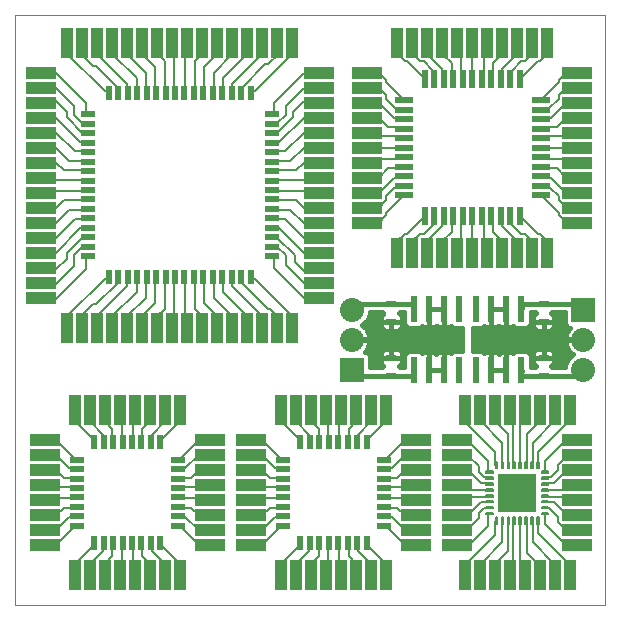
<source format=gtl>
G75*
%MOIN*%
%OFA0B0*%
%FSLAX25Y25*%
%IPPOS*%
%LPD*%
%AMOC8*
5,1,8,0,0,1.08239X$1,22.5*
%
%ADD10C,0.00000*%
%ADD11R,0.10000X0.04000*%
%ADD12R,0.04000X0.10000*%
%ADD13R,0.05000X0.02200*%
%ADD14R,0.02200X0.05000*%
%ADD15R,0.05906X0.01969*%
%ADD16R,0.01969X0.05906*%
%ADD17R,0.02200X0.04700*%
%ADD18R,0.04700X0.02200*%
%ADD19C,0.00591*%
%ADD20R,0.12598X0.12598*%
%ADD21R,0.02362X0.08661*%
%ADD22R,0.03543X0.02362*%
%ADD23R,0.08000X0.08000*%
%ADD24C,0.08000*%
%ADD25C,0.00600*%
%ADD26R,0.03562X0.03562*%
%ADD27C,0.01600*%
D10*
X0001000Y0001000D02*
X0001000Y0197850D01*
X0197850Y0197850D01*
X0197850Y0001000D01*
X0001000Y0001000D01*
D11*
X0011000Y0021000D03*
X0011000Y0026000D03*
X0011000Y0031000D03*
X0011000Y0036000D03*
X0011000Y0041000D03*
X0011000Y0046000D03*
X0011000Y0051000D03*
X0011000Y0056000D03*
X0009750Y0103500D03*
X0009750Y0108500D03*
X0009750Y0113500D03*
X0009750Y0118500D03*
X0009750Y0123500D03*
X0009750Y0128500D03*
X0009750Y0133500D03*
X0009750Y0138500D03*
X0009750Y0143500D03*
X0009750Y0148500D03*
X0009750Y0153500D03*
X0009750Y0158500D03*
X0009750Y0163500D03*
X0009750Y0168500D03*
X0009750Y0173500D03*
X0009750Y0178500D03*
X0102250Y0178500D03*
X0102250Y0173500D03*
X0102250Y0168500D03*
X0102250Y0163500D03*
X0102250Y0158500D03*
X0102250Y0153500D03*
X0102250Y0148500D03*
X0102250Y0143500D03*
X0102250Y0138500D03*
X0102250Y0133500D03*
X0102250Y0128500D03*
X0102250Y0123500D03*
X0102250Y0118500D03*
X0102250Y0113500D03*
X0102250Y0108500D03*
X0102250Y0103500D03*
X0118500Y0128500D03*
X0118500Y0133500D03*
X0118500Y0138500D03*
X0118500Y0143500D03*
X0118500Y0148500D03*
X0118500Y0153500D03*
X0118500Y0158500D03*
X0118500Y0163500D03*
X0118500Y0168500D03*
X0118500Y0173500D03*
X0118500Y0178500D03*
X0188500Y0178500D03*
X0188500Y0173500D03*
X0188500Y0168500D03*
X0188500Y0163500D03*
X0188500Y0158500D03*
X0188500Y0153500D03*
X0188500Y0148500D03*
X0188500Y0143500D03*
X0188500Y0138500D03*
X0188500Y0133500D03*
X0188500Y0128500D03*
X0188500Y0056000D03*
X0188500Y0051000D03*
X0188500Y0046000D03*
X0188500Y0041000D03*
X0188500Y0036000D03*
X0188500Y0031000D03*
X0188500Y0026000D03*
X0188500Y0021000D03*
X0148500Y0021000D03*
X0148500Y0026000D03*
X0148500Y0031000D03*
X0148500Y0036000D03*
X0148500Y0041000D03*
X0148500Y0046000D03*
X0148500Y0051000D03*
X0148500Y0056000D03*
X0134750Y0056000D03*
X0134750Y0051000D03*
X0134750Y0046000D03*
X0134750Y0041000D03*
X0134750Y0036000D03*
X0134750Y0031000D03*
X0134750Y0026000D03*
X0134750Y0021000D03*
X0079750Y0021000D03*
X0079750Y0026000D03*
X0079750Y0031000D03*
X0079750Y0036000D03*
X0079750Y0041000D03*
X0079750Y0046000D03*
X0079750Y0051000D03*
X0079750Y0056000D03*
X0066000Y0056000D03*
X0066000Y0051000D03*
X0066000Y0046000D03*
X0066000Y0041000D03*
X0066000Y0036000D03*
X0066000Y0031000D03*
X0066000Y0026000D03*
X0066000Y0021000D03*
D12*
X0056000Y0011000D03*
X0051000Y0011000D03*
X0046000Y0011000D03*
X0041000Y0011000D03*
X0036000Y0011000D03*
X0031000Y0011000D03*
X0026000Y0011000D03*
X0021000Y0011000D03*
X0021000Y0066000D03*
X0026000Y0066000D03*
X0031000Y0066000D03*
X0036000Y0066000D03*
X0041000Y0066000D03*
X0046000Y0066000D03*
X0051000Y0066000D03*
X0056000Y0066000D03*
X0053500Y0093500D03*
X0048500Y0093500D03*
X0043500Y0093500D03*
X0038500Y0093500D03*
X0033500Y0093500D03*
X0028500Y0093500D03*
X0023500Y0093500D03*
X0018500Y0093500D03*
X0058500Y0093500D03*
X0063500Y0093500D03*
X0068500Y0093500D03*
X0073500Y0093500D03*
X0078500Y0093500D03*
X0083500Y0093500D03*
X0088500Y0093500D03*
X0093500Y0093500D03*
X0094750Y0066000D03*
X0089750Y0066000D03*
X0099750Y0066000D03*
X0104750Y0066000D03*
X0109750Y0066000D03*
X0114750Y0066000D03*
X0119750Y0066000D03*
X0124750Y0066000D03*
X0151000Y0066000D03*
X0156000Y0066000D03*
X0161000Y0066000D03*
X0166000Y0066000D03*
X0171000Y0066000D03*
X0176000Y0066000D03*
X0181000Y0066000D03*
X0186000Y0066000D03*
X0178500Y0118500D03*
X0173500Y0118500D03*
X0168500Y0118500D03*
X0163500Y0118500D03*
X0158500Y0118500D03*
X0153500Y0118500D03*
X0148500Y0118500D03*
X0143500Y0118500D03*
X0138500Y0118500D03*
X0133500Y0118500D03*
X0128500Y0118500D03*
X0128500Y0188500D03*
X0133500Y0188500D03*
X0138500Y0188500D03*
X0143500Y0188500D03*
X0148500Y0188500D03*
X0153500Y0188500D03*
X0158500Y0188500D03*
X0163500Y0188500D03*
X0168500Y0188500D03*
X0173500Y0188500D03*
X0178500Y0188500D03*
X0093500Y0188500D03*
X0088500Y0188500D03*
X0083500Y0188500D03*
X0078500Y0188500D03*
X0073500Y0188500D03*
X0068500Y0188500D03*
X0063500Y0188500D03*
X0058500Y0188500D03*
X0053500Y0188500D03*
X0048500Y0188500D03*
X0043500Y0188500D03*
X0038500Y0188500D03*
X0033500Y0188500D03*
X0028500Y0188500D03*
X0023500Y0188500D03*
X0018500Y0188500D03*
X0089750Y0011000D03*
X0094750Y0011000D03*
X0099750Y0011000D03*
X0104750Y0011000D03*
X0109750Y0011000D03*
X0114750Y0011000D03*
X0119750Y0011000D03*
X0124750Y0011000D03*
X0151000Y0011000D03*
X0156000Y0011000D03*
X0161000Y0011000D03*
X0166000Y0011000D03*
X0171000Y0011000D03*
X0176000Y0011000D03*
X0181000Y0011000D03*
X0186000Y0011000D03*
D13*
X0124150Y0027476D03*
X0124150Y0030626D03*
X0124150Y0033776D03*
X0124150Y0036925D03*
X0124150Y0040075D03*
X0124150Y0043224D03*
X0124150Y0046374D03*
X0124150Y0049524D03*
X0090350Y0049524D03*
X0090350Y0046374D03*
X0090350Y0043224D03*
X0090350Y0040075D03*
X0090350Y0036925D03*
X0090350Y0033776D03*
X0090350Y0030626D03*
X0090350Y0027476D03*
X0055400Y0027476D03*
X0055400Y0030626D03*
X0055400Y0033776D03*
X0055400Y0036925D03*
X0055400Y0040075D03*
X0055400Y0043224D03*
X0055400Y0046374D03*
X0055400Y0049524D03*
X0021600Y0049524D03*
X0021600Y0046374D03*
X0021600Y0043224D03*
X0021600Y0040075D03*
X0021600Y0036925D03*
X0021600Y0033776D03*
X0021600Y0030626D03*
X0021600Y0027476D03*
D14*
X0027476Y0021600D03*
X0030626Y0021600D03*
X0033776Y0021600D03*
X0036925Y0021600D03*
X0040075Y0021600D03*
X0043224Y0021600D03*
X0046374Y0021600D03*
X0049524Y0021600D03*
X0049524Y0055400D03*
X0046374Y0055400D03*
X0043224Y0055400D03*
X0040075Y0055400D03*
X0036925Y0055400D03*
X0033776Y0055400D03*
X0030626Y0055400D03*
X0027476Y0055400D03*
X0096226Y0055400D03*
X0099376Y0055400D03*
X0102526Y0055400D03*
X0105675Y0055400D03*
X0108825Y0055400D03*
X0111974Y0055400D03*
X0115124Y0055400D03*
X0118274Y0055400D03*
X0118274Y0021600D03*
X0115124Y0021600D03*
X0111974Y0021600D03*
X0108825Y0021600D03*
X0105675Y0021600D03*
X0102526Y0021600D03*
X0099376Y0021600D03*
X0096226Y0021600D03*
D15*
X0130665Y0137752D03*
X0130665Y0140902D03*
X0130665Y0144051D03*
X0130665Y0147201D03*
X0130665Y0150350D03*
X0130665Y0153500D03*
X0130665Y0156650D03*
X0130665Y0159799D03*
X0130665Y0162949D03*
X0130665Y0166098D03*
X0130665Y0169248D03*
X0176335Y0169248D03*
X0176335Y0166098D03*
X0176335Y0162949D03*
X0176335Y0159799D03*
X0176335Y0156650D03*
X0176335Y0153500D03*
X0176335Y0150350D03*
X0176335Y0147201D03*
X0176335Y0144051D03*
X0176335Y0140902D03*
X0176335Y0137752D03*
D16*
X0169248Y0130665D03*
X0166098Y0130665D03*
X0162949Y0130665D03*
X0159799Y0130665D03*
X0156650Y0130665D03*
X0153500Y0130665D03*
X0150350Y0130665D03*
X0147201Y0130665D03*
X0144051Y0130665D03*
X0140902Y0130665D03*
X0137752Y0130665D03*
X0137752Y0176335D03*
X0140902Y0176335D03*
X0144051Y0176335D03*
X0147201Y0176335D03*
X0150350Y0176335D03*
X0153500Y0176335D03*
X0156650Y0176335D03*
X0159799Y0176335D03*
X0162949Y0176335D03*
X0166098Y0176335D03*
X0169248Y0176335D03*
D17*
X0079622Y0171709D03*
X0076472Y0171709D03*
X0073323Y0171709D03*
X0070173Y0171709D03*
X0067024Y0171709D03*
X0063874Y0171709D03*
X0060724Y0171709D03*
X0057575Y0171709D03*
X0054425Y0171709D03*
X0051276Y0171709D03*
X0048126Y0171709D03*
X0044976Y0171709D03*
X0041827Y0171709D03*
X0038677Y0171709D03*
X0035528Y0171709D03*
X0032378Y0171709D03*
X0032378Y0110291D03*
X0035528Y0110291D03*
X0038677Y0110291D03*
X0041827Y0110291D03*
X0044976Y0110291D03*
X0048126Y0110291D03*
X0051276Y0110291D03*
X0054425Y0110291D03*
X0057575Y0110291D03*
X0060724Y0110291D03*
X0063874Y0110291D03*
X0067024Y0110291D03*
X0070173Y0110291D03*
X0073323Y0110291D03*
X0076472Y0110291D03*
X0079622Y0110291D03*
D18*
X0086709Y0117378D03*
X0086709Y0120528D03*
X0086709Y0123677D03*
X0086709Y0126827D03*
X0086709Y0129976D03*
X0086709Y0133126D03*
X0086709Y0136276D03*
X0086709Y0139425D03*
X0086709Y0142575D03*
X0086709Y0145724D03*
X0086709Y0148874D03*
X0086709Y0152024D03*
X0086709Y0155173D03*
X0086709Y0158323D03*
X0086709Y0161472D03*
X0086709Y0164622D03*
X0025291Y0164622D03*
X0025291Y0161472D03*
X0025291Y0158323D03*
X0025291Y0155173D03*
X0025291Y0152024D03*
X0025291Y0148874D03*
X0025291Y0145724D03*
X0025291Y0142575D03*
X0025291Y0139425D03*
X0025291Y0136276D03*
X0025291Y0133126D03*
X0025291Y0129976D03*
X0025291Y0126827D03*
X0025291Y0123677D03*
X0025291Y0120528D03*
X0025291Y0117378D03*
D19*
X0158165Y0045095D02*
X0160331Y0045095D01*
X0158165Y0045095D02*
X0158165Y0045685D01*
X0160331Y0045685D01*
X0160331Y0045095D01*
X0160331Y0045685D02*
X0158165Y0045685D01*
X0158165Y0043126D02*
X0160331Y0043126D01*
X0158165Y0043126D02*
X0158165Y0043716D01*
X0160331Y0043716D01*
X0160331Y0043126D01*
X0160331Y0043716D02*
X0158165Y0043716D01*
X0158165Y0041158D02*
X0160331Y0041158D01*
X0158165Y0041158D02*
X0158165Y0041748D01*
X0160331Y0041748D01*
X0160331Y0041158D01*
X0160331Y0041748D02*
X0158165Y0041748D01*
X0158165Y0039189D02*
X0160331Y0039189D01*
X0158165Y0039189D02*
X0158165Y0039779D01*
X0160331Y0039779D01*
X0160331Y0039189D01*
X0160331Y0039779D02*
X0158165Y0039779D01*
X0158165Y0037221D02*
X0160331Y0037221D01*
X0158165Y0037221D02*
X0158165Y0037811D01*
X0160331Y0037811D01*
X0160331Y0037221D01*
X0160331Y0037811D02*
X0158165Y0037811D01*
X0158165Y0035252D02*
X0160331Y0035252D01*
X0158165Y0035252D02*
X0158165Y0035842D01*
X0160331Y0035842D01*
X0160331Y0035252D01*
X0160331Y0035842D02*
X0158165Y0035842D01*
X0158165Y0033284D02*
X0160331Y0033284D01*
X0158165Y0033284D02*
X0158165Y0033874D01*
X0160331Y0033874D01*
X0160331Y0033284D01*
X0160331Y0033874D02*
X0158165Y0033874D01*
X0158165Y0031315D02*
X0160331Y0031315D01*
X0158165Y0031315D02*
X0158165Y0031905D01*
X0160331Y0031905D01*
X0160331Y0031315D01*
X0160331Y0031905D02*
X0158165Y0031905D01*
X0161315Y0028165D02*
X0161905Y0028165D01*
X0161315Y0028165D02*
X0161315Y0030331D01*
X0161905Y0030331D01*
X0161905Y0028165D01*
X0161905Y0028755D02*
X0161315Y0028755D01*
X0161315Y0029345D02*
X0161905Y0029345D01*
X0161905Y0029935D02*
X0161315Y0029935D01*
X0163284Y0028165D02*
X0163874Y0028165D01*
X0163284Y0028165D02*
X0163284Y0030331D01*
X0163874Y0030331D01*
X0163874Y0028165D01*
X0163874Y0028755D02*
X0163284Y0028755D01*
X0163284Y0029345D02*
X0163874Y0029345D01*
X0163874Y0029935D02*
X0163284Y0029935D01*
X0165252Y0028165D02*
X0165842Y0028165D01*
X0165252Y0028165D02*
X0165252Y0030331D01*
X0165842Y0030331D01*
X0165842Y0028165D01*
X0165842Y0028755D02*
X0165252Y0028755D01*
X0165252Y0029345D02*
X0165842Y0029345D01*
X0165842Y0029935D02*
X0165252Y0029935D01*
X0167221Y0028165D02*
X0167811Y0028165D01*
X0167221Y0028165D02*
X0167221Y0030331D01*
X0167811Y0030331D01*
X0167811Y0028165D01*
X0167811Y0028755D02*
X0167221Y0028755D01*
X0167221Y0029345D02*
X0167811Y0029345D01*
X0167811Y0029935D02*
X0167221Y0029935D01*
X0169189Y0028165D02*
X0169779Y0028165D01*
X0169189Y0028165D02*
X0169189Y0030331D01*
X0169779Y0030331D01*
X0169779Y0028165D01*
X0169779Y0028755D02*
X0169189Y0028755D01*
X0169189Y0029345D02*
X0169779Y0029345D01*
X0169779Y0029935D02*
X0169189Y0029935D01*
X0171158Y0028165D02*
X0171748Y0028165D01*
X0171158Y0028165D02*
X0171158Y0030331D01*
X0171748Y0030331D01*
X0171748Y0028165D01*
X0171748Y0028755D02*
X0171158Y0028755D01*
X0171158Y0029345D02*
X0171748Y0029345D01*
X0171748Y0029935D02*
X0171158Y0029935D01*
X0173126Y0028165D02*
X0173716Y0028165D01*
X0173126Y0028165D02*
X0173126Y0030331D01*
X0173716Y0030331D01*
X0173716Y0028165D01*
X0173716Y0028755D02*
X0173126Y0028755D01*
X0173126Y0029345D02*
X0173716Y0029345D01*
X0173716Y0029935D02*
X0173126Y0029935D01*
X0175095Y0028165D02*
X0175685Y0028165D01*
X0175095Y0028165D02*
X0175095Y0030331D01*
X0175685Y0030331D01*
X0175685Y0028165D01*
X0175685Y0028755D02*
X0175095Y0028755D01*
X0175095Y0029345D02*
X0175685Y0029345D01*
X0175685Y0029935D02*
X0175095Y0029935D01*
X0176669Y0031315D02*
X0178835Y0031315D01*
X0176669Y0031315D02*
X0176669Y0031905D01*
X0178835Y0031905D01*
X0178835Y0031315D01*
X0178835Y0031905D02*
X0176669Y0031905D01*
X0176669Y0033284D02*
X0178835Y0033284D01*
X0176669Y0033284D02*
X0176669Y0033874D01*
X0178835Y0033874D01*
X0178835Y0033284D01*
X0178835Y0033874D02*
X0176669Y0033874D01*
X0176669Y0035252D02*
X0178835Y0035252D01*
X0176669Y0035252D02*
X0176669Y0035842D01*
X0178835Y0035842D01*
X0178835Y0035252D01*
X0178835Y0035842D02*
X0176669Y0035842D01*
X0176669Y0037221D02*
X0178835Y0037221D01*
X0176669Y0037221D02*
X0176669Y0037811D01*
X0178835Y0037811D01*
X0178835Y0037221D01*
X0178835Y0037811D02*
X0176669Y0037811D01*
X0176669Y0039189D02*
X0178835Y0039189D01*
X0176669Y0039189D02*
X0176669Y0039779D01*
X0178835Y0039779D01*
X0178835Y0039189D01*
X0178835Y0039779D02*
X0176669Y0039779D01*
X0176669Y0041158D02*
X0178835Y0041158D01*
X0176669Y0041158D02*
X0176669Y0041748D01*
X0178835Y0041748D01*
X0178835Y0041158D01*
X0178835Y0041748D02*
X0176669Y0041748D01*
X0176669Y0043126D02*
X0178835Y0043126D01*
X0176669Y0043126D02*
X0176669Y0043716D01*
X0178835Y0043716D01*
X0178835Y0043126D01*
X0178835Y0043716D02*
X0176669Y0043716D01*
X0176669Y0045095D02*
X0178835Y0045095D01*
X0176669Y0045095D02*
X0176669Y0045685D01*
X0178835Y0045685D01*
X0178835Y0045095D01*
X0178835Y0045685D02*
X0176669Y0045685D01*
X0175685Y0046669D02*
X0175095Y0046669D01*
X0175095Y0048835D01*
X0175685Y0048835D01*
X0175685Y0046669D01*
X0175685Y0047259D02*
X0175095Y0047259D01*
X0175095Y0047849D02*
X0175685Y0047849D01*
X0175685Y0048439D02*
X0175095Y0048439D01*
X0173716Y0046669D02*
X0173126Y0046669D01*
X0173126Y0048835D01*
X0173716Y0048835D01*
X0173716Y0046669D01*
X0173716Y0047259D02*
X0173126Y0047259D01*
X0173126Y0047849D02*
X0173716Y0047849D01*
X0173716Y0048439D02*
X0173126Y0048439D01*
X0171748Y0046669D02*
X0171158Y0046669D01*
X0171158Y0048835D01*
X0171748Y0048835D01*
X0171748Y0046669D01*
X0171748Y0047259D02*
X0171158Y0047259D01*
X0171158Y0047849D02*
X0171748Y0047849D01*
X0171748Y0048439D02*
X0171158Y0048439D01*
X0169779Y0046669D02*
X0169189Y0046669D01*
X0169189Y0048835D01*
X0169779Y0048835D01*
X0169779Y0046669D01*
X0169779Y0047259D02*
X0169189Y0047259D01*
X0169189Y0047849D02*
X0169779Y0047849D01*
X0169779Y0048439D02*
X0169189Y0048439D01*
X0167811Y0046669D02*
X0167221Y0046669D01*
X0167221Y0048835D01*
X0167811Y0048835D01*
X0167811Y0046669D01*
X0167811Y0047259D02*
X0167221Y0047259D01*
X0167221Y0047849D02*
X0167811Y0047849D01*
X0167811Y0048439D02*
X0167221Y0048439D01*
X0165842Y0046669D02*
X0165252Y0046669D01*
X0165252Y0048835D01*
X0165842Y0048835D01*
X0165842Y0046669D01*
X0165842Y0047259D02*
X0165252Y0047259D01*
X0165252Y0047849D02*
X0165842Y0047849D01*
X0165842Y0048439D02*
X0165252Y0048439D01*
X0163874Y0046669D02*
X0163284Y0046669D01*
X0163284Y0048835D01*
X0163874Y0048835D01*
X0163874Y0046669D01*
X0163874Y0047259D02*
X0163284Y0047259D01*
X0163284Y0047849D02*
X0163874Y0047849D01*
X0163874Y0048439D02*
X0163284Y0048439D01*
X0161905Y0046669D02*
X0161315Y0046669D01*
X0161315Y0048835D01*
X0161905Y0048835D01*
X0161905Y0046669D01*
X0161905Y0047259D02*
X0161315Y0047259D01*
X0161315Y0047849D02*
X0161905Y0047849D01*
X0161905Y0048439D02*
X0161315Y0048439D01*
D20*
X0168500Y0038500D03*
D21*
X0169750Y0079264D03*
X0164750Y0079264D03*
X0159750Y0079264D03*
X0154750Y0079264D03*
X0149000Y0079264D03*
X0144000Y0079264D03*
X0139000Y0079264D03*
X0134000Y0079264D03*
X0134000Y0099736D03*
X0139000Y0099736D03*
X0144000Y0099736D03*
X0149000Y0099736D03*
X0154750Y0099736D03*
X0159750Y0099736D03*
X0164750Y0099736D03*
X0169750Y0099736D03*
D22*
X0177250Y0101453D03*
X0177250Y0095547D03*
X0177250Y0083453D03*
X0177250Y0077547D03*
X0126500Y0077547D03*
X0126500Y0083453D03*
X0126500Y0095547D03*
X0126500Y0101453D03*
D23*
X0113500Y0079500D03*
X0190250Y0099500D03*
D24*
X0190250Y0089500D03*
X0190250Y0079500D03*
X0113500Y0089500D03*
X0113500Y0099500D03*
D25*
X0102250Y0103500D02*
X0097250Y0103500D01*
X0087250Y0113500D01*
X0087250Y0117250D01*
X0086709Y0117378D01*
X0087250Y0120375D02*
X0086709Y0120528D01*
X0087250Y0120375D02*
X0088500Y0120375D01*
X0091250Y0117625D01*
X0091250Y0114500D01*
X0097250Y0108500D01*
X0102250Y0108500D01*
X0102250Y0113500D02*
X0097250Y0112500D01*
X0094250Y0115500D01*
X0094250Y0117750D01*
X0088500Y0123500D01*
X0087250Y0123500D01*
X0086709Y0123677D01*
X0087250Y0126625D02*
X0086709Y0126827D01*
X0087250Y0126625D02*
X0089125Y0126625D01*
X0097250Y0118500D01*
X0102250Y0118500D01*
X0102250Y0123500D02*
X0097250Y0123500D01*
X0091000Y0129750D01*
X0087250Y0129750D01*
X0086709Y0129976D01*
X0087250Y0132875D02*
X0086709Y0133126D01*
X0087250Y0132875D02*
X0092875Y0132875D01*
X0097250Y0128500D01*
X0102250Y0128500D01*
X0102250Y0133500D02*
X0097250Y0133500D01*
X0094750Y0136000D01*
X0087250Y0136000D01*
X0086709Y0136276D01*
X0087250Y0139125D02*
X0086709Y0139425D01*
X0087250Y0139125D02*
X0100375Y0139125D01*
X0102250Y0138500D01*
X0100375Y0142875D02*
X0102250Y0143500D01*
X0100375Y0142875D02*
X0087250Y0142875D01*
X0086709Y0142575D01*
X0086709Y0145724D02*
X0087250Y0146000D01*
X0094750Y0146000D01*
X0097250Y0148500D01*
X0102250Y0148500D01*
X0102250Y0153500D02*
X0097250Y0153500D01*
X0092875Y0149125D01*
X0087250Y0149125D01*
X0086709Y0148874D01*
X0086709Y0152024D02*
X0087250Y0152250D01*
X0091000Y0152250D01*
X0097250Y0158500D01*
X0102250Y0158500D01*
X0102250Y0163500D02*
X0097250Y0163500D01*
X0089125Y0155375D01*
X0087250Y0155375D01*
X0086709Y0155173D01*
X0086709Y0158323D02*
X0087250Y0158500D01*
X0088500Y0158500D01*
X0093750Y0163750D01*
X0093750Y0165500D01*
X0097250Y0169000D01*
X0102250Y0168500D01*
X0102250Y0173500D02*
X0097250Y0173500D01*
X0091250Y0167500D01*
X0091250Y0164375D01*
X0088500Y0161625D01*
X0087250Y0161625D01*
X0086709Y0161472D01*
X0086709Y0164622D02*
X0087250Y0164750D01*
X0087250Y0168500D01*
X0097250Y0178500D01*
X0102250Y0178500D01*
X0093500Y0184750D02*
X0093500Y0188500D01*
X0093500Y0184750D02*
X0081000Y0172250D01*
X0079750Y0172250D01*
X0079622Y0171709D01*
X0076625Y0172250D02*
X0076625Y0173500D01*
X0084375Y0181250D01*
X0085500Y0181250D01*
X0089000Y0184750D01*
X0088500Y0188500D01*
X0083500Y0188500D02*
X0083500Y0184750D01*
X0073500Y0174750D01*
X0073500Y0172250D01*
X0073323Y0171709D01*
X0070375Y0172250D02*
X0070173Y0171709D01*
X0070375Y0172250D02*
X0070375Y0176625D01*
X0078500Y0184750D01*
X0078500Y0188500D01*
X0073500Y0188500D02*
X0073500Y0184750D01*
X0067250Y0178500D01*
X0067250Y0172250D01*
X0067024Y0171709D01*
X0064125Y0172250D02*
X0063874Y0171709D01*
X0064125Y0172250D02*
X0064125Y0180375D01*
X0068500Y0184750D01*
X0068500Y0188500D01*
X0063500Y0188500D02*
X0063500Y0184750D01*
X0061000Y0182250D01*
X0061000Y0172250D01*
X0060724Y0171709D01*
X0057875Y0172250D02*
X0057575Y0171709D01*
X0057875Y0172250D02*
X0057875Y0187875D01*
X0058500Y0188500D01*
X0054125Y0187875D02*
X0053500Y0188500D01*
X0054125Y0187875D02*
X0054125Y0172250D01*
X0054425Y0171709D01*
X0051276Y0171709D02*
X0051000Y0172250D01*
X0051000Y0182250D01*
X0048500Y0184750D01*
X0048500Y0188500D01*
X0043500Y0188500D02*
X0043500Y0184750D01*
X0047875Y0180375D01*
X0047875Y0172250D01*
X0048126Y0171709D01*
X0044976Y0171709D02*
X0044750Y0172250D01*
X0044750Y0178500D01*
X0038500Y0184750D01*
X0038500Y0188500D01*
X0033500Y0188500D02*
X0033500Y0184750D01*
X0041625Y0176625D01*
X0041625Y0172250D01*
X0041827Y0171709D01*
X0038677Y0171709D02*
X0038500Y0172250D01*
X0038500Y0174750D01*
X0028500Y0184750D01*
X0028500Y0188500D01*
X0023500Y0188500D02*
X0023000Y0184750D01*
X0027000Y0180750D01*
X0028125Y0180750D01*
X0035375Y0173500D01*
X0035375Y0172250D01*
X0035528Y0171709D01*
X0032378Y0171709D02*
X0032250Y0172250D01*
X0031000Y0172250D01*
X0018500Y0184750D01*
X0018500Y0188500D01*
X0014750Y0178500D02*
X0009750Y0178500D01*
X0009750Y0173500D02*
X0014750Y0173500D01*
X0020750Y0167500D01*
X0020750Y0164375D01*
X0023500Y0161625D01*
X0024750Y0161625D01*
X0025291Y0161472D01*
X0025291Y0164622D02*
X0024750Y0164750D01*
X0024750Y0168500D01*
X0014750Y0178500D01*
X0014750Y0169000D02*
X0009750Y0168500D01*
X0009750Y0163500D02*
X0014750Y0163500D01*
X0022875Y0155375D01*
X0024750Y0155375D01*
X0025291Y0155173D01*
X0025291Y0158323D02*
X0024750Y0158500D01*
X0023500Y0158500D01*
X0018250Y0163750D01*
X0018250Y0165500D01*
X0014750Y0169000D01*
X0014750Y0158500D02*
X0009750Y0158500D01*
X0009750Y0153500D02*
X0014750Y0153500D01*
X0019125Y0149125D01*
X0024750Y0149125D01*
X0025291Y0148874D01*
X0024750Y0146000D02*
X0025291Y0145724D01*
X0024750Y0146000D02*
X0017250Y0146000D01*
X0014750Y0148500D01*
X0009750Y0148500D01*
X0009750Y0143500D02*
X0011625Y0142875D01*
X0024750Y0142875D01*
X0025291Y0142575D01*
X0025291Y0139425D02*
X0024750Y0139125D01*
X0011625Y0139125D01*
X0009750Y0138500D01*
X0009750Y0133500D02*
X0014750Y0133500D01*
X0017250Y0136000D01*
X0024750Y0136000D01*
X0025291Y0136276D01*
X0025291Y0133126D02*
X0024750Y0132875D01*
X0019125Y0132875D01*
X0014750Y0128500D01*
X0009750Y0128500D01*
X0009750Y0123500D02*
X0014750Y0123500D01*
X0021000Y0129750D01*
X0024750Y0129750D01*
X0025291Y0129976D01*
X0025291Y0126827D02*
X0024750Y0126625D01*
X0022875Y0126625D01*
X0014750Y0118500D01*
X0009750Y0118500D01*
X0009750Y0113500D02*
X0014750Y0113000D01*
X0018250Y0116500D01*
X0018250Y0118250D01*
X0023500Y0123500D01*
X0024750Y0123500D01*
X0025291Y0123677D01*
X0025291Y0120528D02*
X0024750Y0120375D01*
X0023500Y0120375D01*
X0020750Y0117625D01*
X0020750Y0114000D01*
X0014750Y0108000D01*
X0009750Y0108500D01*
X0009750Y0103500D02*
X0014750Y0103000D01*
X0024750Y0113000D01*
X0024750Y0117250D01*
X0025291Y0117378D01*
X0031000Y0109750D02*
X0018500Y0097250D01*
X0018500Y0093500D01*
X0023500Y0093500D02*
X0023000Y0097250D01*
X0027000Y0101250D01*
X0028125Y0101250D01*
X0035375Y0108500D01*
X0035375Y0109750D01*
X0035528Y0110291D01*
X0032378Y0110291D02*
X0032250Y0109750D01*
X0031000Y0109750D01*
X0038500Y0109750D02*
X0038500Y0107250D01*
X0028500Y0097250D01*
X0028500Y0093500D01*
X0033500Y0093500D02*
X0033500Y0097250D01*
X0041625Y0105375D01*
X0041625Y0109750D01*
X0041827Y0110291D01*
X0038677Y0110291D02*
X0038500Y0109750D01*
X0044750Y0109750D02*
X0044750Y0103500D01*
X0038500Y0097250D01*
X0038500Y0093500D01*
X0043500Y0093500D02*
X0043500Y0097250D01*
X0047875Y0101625D01*
X0047875Y0109750D01*
X0048126Y0110291D01*
X0051000Y0109750D02*
X0051276Y0110291D01*
X0051000Y0109750D02*
X0051000Y0099750D01*
X0048500Y0097250D01*
X0048500Y0093500D01*
X0053500Y0093500D02*
X0054125Y0094125D01*
X0054125Y0109750D01*
X0054425Y0110291D01*
X0057575Y0110291D02*
X0057875Y0109750D01*
X0057875Y0094125D01*
X0058500Y0093500D01*
X0063500Y0093500D02*
X0063500Y0097250D01*
X0061000Y0099750D01*
X0061000Y0109750D01*
X0060724Y0110291D01*
X0063874Y0110291D02*
X0064125Y0109750D01*
X0064125Y0101625D01*
X0068500Y0097250D01*
X0068500Y0093500D01*
X0073500Y0093500D02*
X0073500Y0097250D01*
X0067250Y0103500D01*
X0067250Y0109750D01*
X0067024Y0110291D01*
X0070173Y0110291D02*
X0070375Y0109750D01*
X0070375Y0105375D01*
X0078500Y0097250D01*
X0078500Y0093500D01*
X0083500Y0093500D02*
X0083500Y0097250D01*
X0073500Y0107250D01*
X0073500Y0109750D01*
X0073323Y0110291D01*
X0076472Y0110291D02*
X0076625Y0109750D01*
X0076625Y0108500D01*
X0085375Y0099750D01*
X0086000Y0099750D01*
X0088500Y0097250D01*
X0088500Y0093500D01*
X0093500Y0093500D02*
X0093500Y0097250D01*
X0081000Y0109750D01*
X0079750Y0109750D01*
X0079622Y0110291D01*
X0044976Y0110291D02*
X0044750Y0109750D01*
X0025291Y0152024D02*
X0024750Y0152250D01*
X0021000Y0152250D01*
X0014750Y0158500D01*
X0076472Y0171709D02*
X0076625Y0172250D01*
X0118500Y0173500D02*
X0122250Y0173500D01*
X0124750Y0171000D01*
X0124750Y0169750D01*
X0127875Y0166625D01*
X0130375Y0166625D01*
X0130665Y0166098D01*
X0130375Y0163500D02*
X0130665Y0162949D01*
X0130375Y0163500D02*
X0127250Y0163500D01*
X0122250Y0168500D01*
X0118500Y0168500D01*
X0118500Y0163500D02*
X0122250Y0163500D01*
X0125375Y0160375D01*
X0130375Y0160375D01*
X0130665Y0159799D01*
X0130375Y0157250D02*
X0130665Y0156650D01*
X0130375Y0157250D02*
X0119750Y0157250D01*
X0118500Y0158500D01*
X0118500Y0153500D02*
X0130665Y0153500D01*
X0130665Y0150350D02*
X0130375Y0149750D01*
X0119750Y0149750D01*
X0118500Y0148500D01*
X0118500Y0143500D02*
X0122250Y0143500D01*
X0125375Y0146625D01*
X0130375Y0146625D01*
X0130665Y0147201D01*
X0130665Y0144051D02*
X0130375Y0143500D01*
X0127250Y0143500D01*
X0122250Y0138500D01*
X0118500Y0138500D01*
X0118500Y0133500D02*
X0122250Y0133500D01*
X0124750Y0136000D01*
X0124750Y0137250D01*
X0127875Y0140375D01*
X0130375Y0140375D01*
X0130665Y0140902D01*
X0130665Y0137752D02*
X0130375Y0137250D01*
X0124750Y0131625D01*
X0124750Y0131000D01*
X0122250Y0128500D01*
X0118500Y0128500D01*
X0128500Y0122250D02*
X0128500Y0118500D01*
X0128500Y0122250D02*
X0131000Y0124750D01*
X0131625Y0124750D01*
X0137250Y0130375D01*
X0137752Y0130665D01*
X0140375Y0130375D02*
X0140375Y0127875D01*
X0137250Y0124750D01*
X0136000Y0124750D01*
X0133500Y0122250D01*
X0133500Y0118500D01*
X0138500Y0118500D02*
X0138500Y0122250D01*
X0143500Y0127250D01*
X0143500Y0130375D01*
X0144051Y0130665D01*
X0146625Y0130375D02*
X0147201Y0130665D01*
X0146625Y0130375D02*
X0146625Y0125375D01*
X0143500Y0122250D01*
X0143500Y0118500D01*
X0148500Y0118500D02*
X0149750Y0119750D01*
X0149750Y0130375D01*
X0150350Y0130665D01*
X0153500Y0130665D02*
X0153500Y0118500D01*
X0157250Y0119750D02*
X0158500Y0118500D01*
X0157250Y0119750D02*
X0157250Y0130375D01*
X0156650Y0130665D01*
X0159799Y0130665D02*
X0160375Y0130375D01*
X0160375Y0125375D01*
X0163500Y0122250D01*
X0163500Y0118500D01*
X0168500Y0118500D02*
X0168500Y0122250D01*
X0163500Y0127250D01*
X0163500Y0130375D01*
X0162949Y0130665D01*
X0166098Y0130665D02*
X0166625Y0130375D01*
X0166625Y0127875D01*
X0169750Y0124750D01*
X0171000Y0124750D01*
X0173500Y0122250D01*
X0173500Y0118500D01*
X0178500Y0118500D02*
X0178500Y0122250D01*
X0176000Y0124750D01*
X0175375Y0124750D01*
X0169750Y0130375D01*
X0169248Y0130665D01*
X0176625Y0137250D02*
X0176335Y0137752D01*
X0176625Y0137250D02*
X0182250Y0131625D01*
X0182250Y0131000D01*
X0184750Y0128500D01*
X0188500Y0128500D01*
X0188500Y0133500D02*
X0184750Y0133500D01*
X0182250Y0136000D01*
X0182250Y0137250D01*
X0179125Y0140375D01*
X0176625Y0140375D01*
X0176335Y0140902D01*
X0176625Y0143500D02*
X0176335Y0144051D01*
X0176625Y0143500D02*
X0179750Y0143500D01*
X0184750Y0138500D01*
X0188500Y0138500D01*
X0188500Y0143500D02*
X0184750Y0143500D01*
X0181625Y0146625D01*
X0176625Y0146625D01*
X0176335Y0147201D01*
X0176625Y0149750D02*
X0176335Y0150350D01*
X0176625Y0149750D02*
X0187250Y0149750D01*
X0188500Y0148500D01*
X0188500Y0153500D02*
X0176335Y0153500D01*
X0176335Y0156650D02*
X0176625Y0157250D01*
X0187250Y0157250D01*
X0188500Y0158500D01*
X0188500Y0163500D02*
X0184750Y0163500D01*
X0181625Y0160375D01*
X0176625Y0160375D01*
X0176335Y0159799D01*
X0176335Y0162949D02*
X0176625Y0163500D01*
X0179750Y0163500D01*
X0184750Y0168500D01*
X0188500Y0168500D01*
X0188500Y0173500D02*
X0184750Y0173500D01*
X0182250Y0171000D01*
X0182250Y0169750D01*
X0179125Y0166625D01*
X0176625Y0166625D01*
X0176335Y0166098D01*
X0176335Y0169248D02*
X0176625Y0169750D01*
X0182250Y0175375D01*
X0182250Y0176000D01*
X0184750Y0178500D01*
X0188500Y0178500D01*
X0178500Y0184750D02*
X0178500Y0188500D01*
X0178500Y0184750D02*
X0176000Y0182250D01*
X0175375Y0182250D01*
X0169750Y0176625D01*
X0169248Y0176335D01*
X0166625Y0176625D02*
X0166098Y0176335D01*
X0166625Y0176625D02*
X0166625Y0179125D01*
X0169750Y0182250D01*
X0171000Y0182250D01*
X0173500Y0184750D01*
X0173500Y0188500D01*
X0168500Y0188500D02*
X0168500Y0184750D01*
X0163500Y0179750D01*
X0163500Y0176625D01*
X0162949Y0176335D01*
X0160375Y0176625D02*
X0159799Y0176335D01*
X0160375Y0176625D02*
X0160375Y0181625D01*
X0163500Y0184750D01*
X0163500Y0188500D01*
X0158500Y0188500D02*
X0157250Y0187250D01*
X0157250Y0176625D01*
X0156650Y0176335D01*
X0153500Y0176335D02*
X0153500Y0188500D01*
X0149750Y0187250D02*
X0148500Y0188500D01*
X0149750Y0187250D02*
X0149750Y0176625D01*
X0150350Y0176335D01*
X0147201Y0176335D02*
X0146625Y0176625D01*
X0146625Y0181625D01*
X0143500Y0184750D01*
X0143500Y0188500D01*
X0138500Y0188500D02*
X0138500Y0184750D01*
X0143500Y0179750D01*
X0143500Y0176625D01*
X0144051Y0176335D01*
X0140902Y0176335D02*
X0140375Y0176625D01*
X0140375Y0179125D01*
X0137250Y0182250D01*
X0136000Y0182250D01*
X0133500Y0184750D01*
X0133500Y0188500D01*
X0128500Y0188500D02*
X0128500Y0184750D01*
X0131000Y0182250D01*
X0131625Y0182250D01*
X0137250Y0176625D01*
X0137752Y0176335D01*
X0130375Y0169750D02*
X0130665Y0169248D01*
X0130375Y0169750D02*
X0124750Y0175375D01*
X0124750Y0176000D01*
X0122250Y0178500D01*
X0118500Y0178500D01*
X0140902Y0130665D02*
X0140375Y0130375D01*
X0151000Y0066000D02*
X0151500Y0065900D01*
X0151500Y0061700D01*
X0161100Y0052100D01*
X0161100Y0047900D01*
X0161610Y0047752D01*
X0163500Y0047900D02*
X0163579Y0047752D01*
X0163500Y0047900D02*
X0163500Y0055100D01*
X0156300Y0062300D01*
X0156300Y0065900D01*
X0156000Y0066000D01*
X0161000Y0066000D02*
X0161100Y0065900D01*
X0161100Y0062300D01*
X0165300Y0058100D01*
X0165300Y0047900D01*
X0165547Y0047752D01*
X0167100Y0047900D02*
X0167516Y0047752D01*
X0167100Y0047900D02*
X0167100Y0065300D01*
X0166500Y0065900D01*
X0166000Y0066000D01*
X0169500Y0064700D02*
X0170700Y0065900D01*
X0171000Y0066000D01*
X0169500Y0064700D02*
X0169500Y0047900D01*
X0169484Y0047752D01*
X0171453Y0047752D02*
X0171900Y0047900D01*
X0171900Y0058100D01*
X0175500Y0061700D01*
X0175500Y0065900D01*
X0176000Y0066000D01*
X0180900Y0065900D02*
X0180900Y0062300D01*
X0173700Y0055100D01*
X0173700Y0047900D01*
X0173421Y0047752D01*
X0175390Y0047752D02*
X0175500Y0047900D01*
X0175500Y0052100D01*
X0185700Y0062300D01*
X0185700Y0065900D01*
X0186000Y0066000D01*
X0181000Y0066000D02*
X0180900Y0065900D01*
X0184500Y0055700D02*
X0188100Y0055700D01*
X0188500Y0056000D01*
X0184500Y0055700D02*
X0177900Y0049100D01*
X0177900Y0045500D01*
X0177752Y0045390D01*
X0177900Y0043700D02*
X0177752Y0043421D01*
X0177900Y0043700D02*
X0179700Y0043700D01*
X0182100Y0046100D01*
X0182100Y0047900D01*
X0185100Y0050900D01*
X0188100Y0050900D01*
X0188500Y0051000D01*
X0188500Y0046000D02*
X0188100Y0045500D01*
X0184500Y0045500D01*
X0180900Y0041900D01*
X0177900Y0041900D01*
X0177752Y0041453D01*
X0177900Y0039500D02*
X0177752Y0039484D01*
X0177900Y0039500D02*
X0186900Y0039500D01*
X0188100Y0040700D01*
X0188500Y0041000D01*
X0187500Y0037100D02*
X0188100Y0036500D01*
X0188500Y0036000D01*
X0187500Y0037100D02*
X0177900Y0037100D01*
X0177752Y0037516D01*
X0177752Y0035547D02*
X0177900Y0035300D01*
X0180900Y0035300D01*
X0185100Y0031100D01*
X0188100Y0031100D01*
X0188500Y0031000D01*
X0188100Y0026300D02*
X0184500Y0026300D01*
X0182100Y0028700D01*
X0182100Y0030500D01*
X0179100Y0033500D01*
X0177900Y0033500D01*
X0177752Y0033579D01*
X0177752Y0031610D02*
X0177900Y0031100D01*
X0177900Y0028100D01*
X0184500Y0021500D01*
X0188100Y0021500D01*
X0188500Y0021000D01*
X0188500Y0026000D02*
X0188100Y0026300D01*
X0185700Y0014900D02*
X0185700Y0011300D01*
X0186000Y0011000D01*
X0185700Y0014900D02*
X0175500Y0025100D01*
X0175500Y0028700D01*
X0175390Y0029248D01*
X0173700Y0028700D02*
X0173421Y0029248D01*
X0173700Y0028700D02*
X0173700Y0022100D01*
X0180900Y0014900D01*
X0180900Y0011300D01*
X0181000Y0011000D01*
X0176000Y0011000D02*
X0175500Y0011300D01*
X0175500Y0014900D01*
X0171900Y0018500D01*
X0171900Y0028700D01*
X0171453Y0029248D01*
X0169484Y0029248D02*
X0169500Y0028700D01*
X0169500Y0012500D01*
X0171000Y0011000D01*
X0167100Y0011900D02*
X0166500Y0011300D01*
X0166000Y0011000D01*
X0167100Y0011900D02*
X0167100Y0028700D01*
X0167516Y0029248D01*
X0165547Y0029248D02*
X0165300Y0028700D01*
X0165300Y0019100D01*
X0161100Y0014900D01*
X0161100Y0011300D01*
X0161000Y0011000D01*
X0156300Y0011300D02*
X0156300Y0014900D01*
X0163500Y0022100D01*
X0163500Y0028700D01*
X0163579Y0029248D01*
X0161610Y0029248D02*
X0161100Y0028700D01*
X0161100Y0024500D01*
X0151500Y0014900D01*
X0151500Y0011300D01*
X0151000Y0011000D01*
X0156000Y0011000D02*
X0156300Y0011300D01*
X0152700Y0021500D02*
X0148500Y0021500D01*
X0148500Y0021000D01*
X0152700Y0021500D02*
X0158700Y0027500D01*
X0158700Y0031100D01*
X0159248Y0031610D01*
X0158700Y0033500D02*
X0159248Y0033579D01*
X0158700Y0033500D02*
X0157500Y0033500D01*
X0155750Y0031750D01*
X0155750Y0029950D01*
X0152100Y0026300D01*
X0148500Y0026300D01*
X0148500Y0026000D01*
X0148500Y0031000D02*
X0148500Y0031100D01*
X0152100Y0031100D01*
X0156300Y0035300D01*
X0158700Y0035300D01*
X0159248Y0035547D01*
X0158700Y0037100D02*
X0159248Y0037516D01*
X0158700Y0037100D02*
X0149100Y0037100D01*
X0148500Y0036500D01*
X0148500Y0036000D01*
X0149700Y0039500D02*
X0148500Y0040700D01*
X0148500Y0041000D01*
X0149700Y0039500D02*
X0158700Y0039500D01*
X0159248Y0039484D01*
X0159248Y0041453D02*
X0158700Y0041900D01*
X0156300Y0041900D01*
X0152700Y0045500D01*
X0148500Y0045500D01*
X0148500Y0046000D01*
X0148500Y0050900D02*
X0148500Y0051000D01*
X0148500Y0050900D02*
X0152100Y0050900D01*
X0155750Y0047250D01*
X0155750Y0045450D01*
X0157500Y0043700D01*
X0158700Y0043700D01*
X0159248Y0043421D01*
X0159248Y0045390D02*
X0158700Y0045500D01*
X0158700Y0049100D01*
X0152100Y0055700D01*
X0148500Y0055700D01*
X0148500Y0056000D01*
X0134750Y0056000D02*
X0131000Y0056000D01*
X0124750Y0049750D01*
X0124150Y0049524D01*
X0124750Y0046625D02*
X0124150Y0046374D01*
X0124750Y0046625D02*
X0126625Y0046625D01*
X0131000Y0051000D01*
X0134750Y0051000D01*
X0134750Y0046000D02*
X0131000Y0046000D01*
X0128500Y0043500D01*
X0124750Y0043500D01*
X0124150Y0043224D01*
X0124750Y0040375D02*
X0124150Y0040075D01*
X0124750Y0040375D02*
X0134125Y0040375D01*
X0134750Y0041000D01*
X0134125Y0036625D02*
X0134750Y0036000D01*
X0134125Y0036625D02*
X0124750Y0036625D01*
X0124150Y0036925D01*
X0124150Y0033776D02*
X0124750Y0033500D01*
X0128500Y0033500D01*
X0131000Y0031000D01*
X0134750Y0031000D01*
X0134750Y0026000D02*
X0131000Y0026000D01*
X0126625Y0030375D01*
X0124750Y0030375D01*
X0124150Y0030626D01*
X0124150Y0027476D02*
X0124750Y0027250D01*
X0131000Y0021000D01*
X0134750Y0021000D01*
X0124750Y0014750D02*
X0124750Y0011000D01*
X0124750Y0014750D02*
X0118500Y0021000D01*
X0118274Y0021600D01*
X0115375Y0021000D02*
X0115375Y0019125D01*
X0119750Y0014750D01*
X0119750Y0011000D01*
X0114750Y0011000D02*
X0114750Y0014750D01*
X0112250Y0017250D01*
X0112250Y0021000D01*
X0111974Y0021600D01*
X0115124Y0021600D02*
X0115375Y0021000D01*
X0109125Y0021000D02*
X0108825Y0021600D01*
X0109125Y0021000D02*
X0109125Y0011625D01*
X0109750Y0011000D01*
X0105375Y0011625D02*
X0104750Y0011000D01*
X0105375Y0011625D02*
X0105375Y0021000D01*
X0105675Y0021600D01*
X0102526Y0021600D02*
X0102250Y0021000D01*
X0102250Y0017250D01*
X0099750Y0014750D01*
X0099750Y0011000D01*
X0094750Y0011000D02*
X0094750Y0014750D01*
X0099125Y0019125D01*
X0099125Y0021000D01*
X0099376Y0021600D01*
X0096226Y0021600D02*
X0096000Y0021000D01*
X0089750Y0014750D01*
X0089750Y0011000D01*
X0083500Y0021000D02*
X0079750Y0021000D01*
X0083500Y0021000D02*
X0089750Y0027250D01*
X0090350Y0027476D01*
X0089750Y0030375D02*
X0087875Y0030375D01*
X0083500Y0026000D01*
X0079750Y0026000D01*
X0079750Y0031000D02*
X0083500Y0031000D01*
X0086000Y0033500D01*
X0089750Y0033500D01*
X0090350Y0033776D01*
X0090350Y0030626D02*
X0089750Y0030375D01*
X0089750Y0036625D02*
X0090350Y0036925D01*
X0089750Y0036625D02*
X0080375Y0036625D01*
X0079750Y0036000D01*
X0080375Y0040375D02*
X0079750Y0041000D01*
X0080375Y0040375D02*
X0089750Y0040375D01*
X0090350Y0040075D01*
X0090350Y0043224D02*
X0089750Y0043500D01*
X0086000Y0043500D01*
X0083500Y0046000D01*
X0079750Y0046000D01*
X0079750Y0051000D02*
X0083500Y0051000D01*
X0087875Y0046625D01*
X0089750Y0046625D01*
X0090350Y0046374D01*
X0090350Y0049524D02*
X0089750Y0049750D01*
X0083500Y0056000D01*
X0079750Y0056000D01*
X0089750Y0062250D02*
X0089750Y0066000D01*
X0089750Y0062250D02*
X0096000Y0056000D01*
X0096226Y0055400D01*
X0099125Y0056000D02*
X0099376Y0055400D01*
X0099125Y0056000D02*
X0099125Y0057875D01*
X0094750Y0062250D01*
X0094750Y0066000D01*
X0099750Y0066000D02*
X0099750Y0062250D01*
X0102250Y0059750D01*
X0102250Y0056000D01*
X0102526Y0055400D01*
X0105375Y0056000D02*
X0105675Y0055400D01*
X0105375Y0056000D02*
X0105375Y0065375D01*
X0104750Y0066000D01*
X0109125Y0065375D02*
X0109750Y0066000D01*
X0109125Y0065375D02*
X0109125Y0056000D01*
X0108825Y0055400D01*
X0111974Y0055400D02*
X0112250Y0056000D01*
X0112250Y0059750D01*
X0114750Y0062250D01*
X0114750Y0066000D01*
X0119750Y0066000D02*
X0119750Y0062250D01*
X0115375Y0057875D01*
X0115375Y0056000D01*
X0115124Y0055400D01*
X0118274Y0055400D02*
X0118500Y0056000D01*
X0124750Y0062250D01*
X0124750Y0066000D01*
X0066000Y0056000D02*
X0062250Y0056000D01*
X0056000Y0049750D01*
X0055400Y0049524D01*
X0056000Y0046625D02*
X0055400Y0046374D01*
X0056000Y0046625D02*
X0057875Y0046625D01*
X0062250Y0051000D01*
X0066000Y0051000D01*
X0066000Y0046000D02*
X0062250Y0046000D01*
X0059750Y0043500D01*
X0056000Y0043500D01*
X0055400Y0043224D01*
X0056000Y0040375D02*
X0055400Y0040075D01*
X0056000Y0040375D02*
X0065375Y0040375D01*
X0066000Y0041000D01*
X0065375Y0036625D02*
X0066000Y0036000D01*
X0065375Y0036625D02*
X0056000Y0036625D01*
X0055400Y0036925D01*
X0055400Y0033776D02*
X0056000Y0033500D01*
X0059750Y0033500D01*
X0062250Y0031000D01*
X0066000Y0031000D01*
X0066000Y0026000D02*
X0062250Y0026000D01*
X0057875Y0030375D01*
X0056000Y0030375D01*
X0055400Y0030626D01*
X0055400Y0027476D02*
X0056000Y0027250D01*
X0062250Y0021000D01*
X0066000Y0021000D01*
X0056000Y0014750D02*
X0056000Y0011000D01*
X0056000Y0014750D02*
X0049750Y0021000D01*
X0049524Y0021600D01*
X0046625Y0021000D02*
X0046625Y0019125D01*
X0051000Y0014750D01*
X0051000Y0011000D01*
X0046000Y0011000D02*
X0046000Y0014750D01*
X0043500Y0017250D01*
X0043500Y0021000D01*
X0043224Y0021600D01*
X0040375Y0021000D02*
X0040075Y0021600D01*
X0040375Y0021000D02*
X0040375Y0011625D01*
X0041000Y0011000D01*
X0036625Y0011625D02*
X0036000Y0011000D01*
X0036625Y0011625D02*
X0036625Y0021000D01*
X0036925Y0021600D01*
X0033776Y0021600D02*
X0033500Y0021000D01*
X0033500Y0017250D01*
X0031000Y0014750D01*
X0031000Y0011000D01*
X0026000Y0011000D02*
X0026000Y0014750D01*
X0030375Y0019125D01*
X0030375Y0021000D01*
X0030626Y0021600D01*
X0027476Y0021600D02*
X0027250Y0021000D01*
X0021000Y0014750D01*
X0021000Y0011000D01*
X0014750Y0021000D02*
X0011000Y0021000D01*
X0014750Y0021000D02*
X0021000Y0027250D01*
X0021600Y0027476D01*
X0021000Y0030375D02*
X0019125Y0030375D01*
X0014750Y0026000D01*
X0011000Y0026000D01*
X0011000Y0031000D02*
X0014750Y0031000D01*
X0017250Y0033500D01*
X0021000Y0033500D01*
X0021600Y0033776D01*
X0021600Y0030626D02*
X0021000Y0030375D01*
X0021000Y0036625D02*
X0021600Y0036925D01*
X0021000Y0036625D02*
X0011625Y0036625D01*
X0011000Y0036000D01*
X0011625Y0040375D02*
X0011000Y0041000D01*
X0011625Y0040375D02*
X0021000Y0040375D01*
X0021600Y0040075D01*
X0021600Y0043224D02*
X0021000Y0043500D01*
X0017250Y0043500D01*
X0014750Y0046000D01*
X0011000Y0046000D01*
X0011000Y0051000D02*
X0014750Y0051000D01*
X0019125Y0046625D01*
X0021000Y0046625D01*
X0021600Y0046374D01*
X0021600Y0049524D02*
X0021000Y0049750D01*
X0014750Y0056000D01*
X0011000Y0056000D01*
X0021000Y0062250D02*
X0021000Y0066000D01*
X0021000Y0062250D02*
X0027250Y0056000D01*
X0027476Y0055400D01*
X0030375Y0056000D02*
X0030375Y0057875D01*
X0026000Y0062250D01*
X0026000Y0066000D01*
X0031000Y0066000D02*
X0031000Y0062250D01*
X0033500Y0059750D01*
X0033500Y0056000D01*
X0033776Y0055400D01*
X0030626Y0055400D02*
X0030375Y0056000D01*
X0036625Y0056000D02*
X0036925Y0055400D01*
X0036625Y0056000D02*
X0036625Y0065375D01*
X0036000Y0066000D01*
X0040375Y0065375D02*
X0041000Y0066000D01*
X0040375Y0065375D02*
X0040375Y0056000D01*
X0040075Y0055400D01*
X0043224Y0055400D02*
X0043500Y0056000D01*
X0043500Y0059750D01*
X0046000Y0062250D01*
X0046000Y0066000D01*
X0051000Y0066000D02*
X0051000Y0062250D01*
X0046625Y0057875D01*
X0046625Y0056000D01*
X0046374Y0055400D01*
X0049524Y0055400D02*
X0049750Y0056000D01*
X0056000Y0062250D01*
X0056000Y0066000D01*
X0046374Y0021600D02*
X0046625Y0021000D01*
D26*
X0164000Y0034000D03*
X0164000Y0043000D03*
X0173000Y0043000D03*
X0173000Y0034000D03*
D27*
X0169750Y0077547D02*
X0169750Y0079264D01*
X0169967Y0079047D01*
X0169750Y0077547D02*
X0177250Y0077547D01*
X0190250Y0077547D01*
X0190250Y0079500D01*
X0186387Y0084123D02*
X0180822Y0084123D01*
X0180822Y0083453D02*
X0180822Y0084871D01*
X0180699Y0085329D01*
X0180462Y0085739D01*
X0180127Y0086074D01*
X0179716Y0086311D01*
X0179259Y0086434D01*
X0177250Y0086434D01*
X0177250Y0083453D01*
X0177250Y0083453D01*
X0177250Y0086434D01*
X0175241Y0086434D01*
X0174784Y0086311D01*
X0174373Y0086074D01*
X0174038Y0085739D01*
X0173801Y0085329D01*
X0173678Y0084871D01*
X0173678Y0083453D01*
X0177250Y0083453D01*
X0180822Y0083453D01*
X0177250Y0083453D01*
X0177250Y0083453D01*
X0177250Y0083453D01*
X0173678Y0083453D01*
X0173678Y0082035D01*
X0173801Y0081577D01*
X0174038Y0081166D01*
X0174373Y0080831D01*
X0174614Y0080692D01*
X0174269Y0080347D01*
X0172931Y0080347D01*
X0172931Y0084423D01*
X0171760Y0085594D01*
X0167740Y0085594D01*
X0167109Y0084963D01*
X0167036Y0085035D01*
X0166626Y0085272D01*
X0166168Y0085394D01*
X0164750Y0085394D01*
X0163332Y0085394D01*
X0162874Y0085272D01*
X0162464Y0085035D01*
X0162250Y0084821D01*
X0162036Y0085035D01*
X0161626Y0085272D01*
X0161168Y0085394D01*
X0159750Y0085394D01*
X0158332Y0085394D01*
X0157874Y0085272D01*
X0157464Y0085035D01*
X0157391Y0084963D01*
X0156760Y0085594D01*
X0153750Y0085594D01*
X0153750Y0093406D01*
X0156760Y0093406D01*
X0157391Y0094037D01*
X0157464Y0093965D01*
X0157874Y0093728D01*
X0158332Y0093606D01*
X0159750Y0093605D01*
X0159750Y0099736D01*
X0159750Y0093606D01*
X0161168Y0093606D01*
X0161626Y0093728D01*
X0162036Y0093965D01*
X0162250Y0094179D01*
X0162464Y0093965D01*
X0162874Y0093728D01*
X0163332Y0093606D01*
X0164750Y0093605D01*
X0164750Y0099736D01*
X0164750Y0093606D01*
X0166168Y0093606D01*
X0166626Y0093728D01*
X0167036Y0093965D01*
X0167109Y0094037D01*
X0167740Y0093406D01*
X0171760Y0093406D01*
X0172931Y0094577D01*
X0172931Y0098653D01*
X0174269Y0098653D01*
X0174614Y0098308D01*
X0174373Y0098169D01*
X0174038Y0097834D01*
X0173801Y0097423D01*
X0173678Y0096965D01*
X0173678Y0095547D01*
X0173678Y0094129D01*
X0173801Y0093671D01*
X0174038Y0093261D01*
X0174373Y0092926D01*
X0174784Y0092689D01*
X0175241Y0092566D01*
X0177250Y0092566D01*
X0179259Y0092566D01*
X0179716Y0092689D01*
X0180127Y0092926D01*
X0180462Y0093261D01*
X0180699Y0093671D01*
X0180822Y0094129D01*
X0180822Y0095547D01*
X0177250Y0095547D01*
X0177250Y0092566D01*
X0177250Y0095547D01*
X0177250Y0095547D01*
X0177250Y0095547D01*
X0173678Y0095547D01*
X0177250Y0095547D01*
X0177250Y0095547D01*
X0180822Y0095547D01*
X0180822Y0096965D01*
X0180699Y0097423D01*
X0180462Y0097834D01*
X0180127Y0098169D01*
X0179886Y0098308D01*
X0180231Y0098653D01*
X0184250Y0098653D01*
X0184250Y0094672D01*
X0185422Y0093500D01*
X0186048Y0093500D01*
X0185826Y0093278D01*
X0185289Y0092540D01*
X0184875Y0091726D01*
X0184593Y0090858D01*
X0184450Y0089956D01*
X0184450Y0089700D01*
X0190050Y0089700D01*
X0190050Y0089300D01*
X0184450Y0089300D01*
X0184450Y0089044D01*
X0184593Y0088142D01*
X0184875Y0087274D01*
X0185289Y0086460D01*
X0185826Y0085722D01*
X0186472Y0085076D01*
X0187039Y0084664D01*
X0186851Y0084587D01*
X0185163Y0082899D01*
X0184250Y0080693D01*
X0184250Y0080347D01*
X0180231Y0080347D01*
X0179886Y0080692D01*
X0180127Y0080831D01*
X0180462Y0081166D01*
X0180699Y0081577D01*
X0180822Y0082035D01*
X0180822Y0083453D01*
X0180822Y0082524D02*
X0185008Y0082524D01*
X0184346Y0080926D02*
X0180221Y0080926D01*
X0177250Y0084123D02*
X0177250Y0084123D01*
X0177250Y0085721D02*
X0177250Y0085721D01*
X0174028Y0085721D02*
X0153750Y0085721D01*
X0153750Y0087320D02*
X0184860Y0087320D01*
X0184470Y0088918D02*
X0153750Y0088918D01*
X0153750Y0090517D02*
X0184539Y0090517D01*
X0185073Y0092115D02*
X0153750Y0092115D01*
X0157068Y0093714D02*
X0157928Y0093714D01*
X0159750Y0093714D02*
X0159750Y0093714D01*
X0159750Y0095312D02*
X0159750Y0095312D01*
X0159750Y0096911D02*
X0159750Y0096911D01*
X0159750Y0098509D02*
X0159750Y0098509D01*
X0159750Y0099736D02*
X0159750Y0099736D01*
X0159750Y0099736D01*
X0164750Y0099736D01*
X0164750Y0099736D01*
X0164750Y0099736D01*
X0162731Y0099736D01*
X0159750Y0099736D01*
X0164750Y0098509D02*
X0164750Y0098509D01*
X0164750Y0096911D02*
X0164750Y0096911D01*
X0164750Y0095312D02*
X0164750Y0095312D01*
X0164750Y0093714D02*
X0164750Y0093714D01*
X0166572Y0093714D02*
X0167432Y0093714D01*
X0172068Y0093714D02*
X0173790Y0093714D01*
X0173678Y0095312D02*
X0172931Y0095312D01*
X0172931Y0096911D02*
X0173678Y0096911D01*
X0174412Y0098509D02*
X0172931Y0098509D01*
X0169967Y0099953D02*
X0169750Y0099736D01*
X0169750Y0101453D01*
X0177250Y0101453D01*
X0190250Y0101453D01*
X0190250Y0099500D01*
X0184250Y0098509D02*
X0180088Y0098509D01*
X0180822Y0096911D02*
X0184250Y0096911D01*
X0184250Y0095312D02*
X0180822Y0095312D01*
X0180710Y0093714D02*
X0185208Y0093714D01*
X0177250Y0093714D02*
X0177250Y0093714D01*
X0177250Y0095312D02*
X0177250Y0095312D01*
X0180472Y0085721D02*
X0185826Y0085721D01*
X0173678Y0084123D02*
X0172931Y0084123D01*
X0172931Y0082524D02*
X0173678Y0082524D01*
X0174279Y0080926D02*
X0172931Y0080926D01*
X0164750Y0080926D02*
X0164750Y0080926D01*
X0164750Y0082524D02*
X0164750Y0082524D01*
X0164750Y0084123D02*
X0164750Y0084123D01*
X0164750Y0085394D02*
X0164750Y0079264D01*
X0164750Y0079264D01*
X0164750Y0085394D01*
X0159750Y0085394D02*
X0159750Y0079264D01*
X0159750Y0079264D01*
X0159750Y0085394D01*
X0159750Y0084123D02*
X0159750Y0084123D01*
X0159750Y0082524D02*
X0159750Y0082524D01*
X0159750Y0080926D02*
X0159750Y0080926D01*
X0159750Y0079327D02*
X0159750Y0079327D01*
X0159750Y0079264D02*
X0161769Y0079264D01*
X0164750Y0079264D01*
X0164750Y0079264D01*
X0159750Y0079264D01*
X0159750Y0079264D01*
X0164750Y0079327D02*
X0164750Y0079327D01*
X0150000Y0085594D02*
X0150000Y0093406D01*
X0146990Y0093406D01*
X0146359Y0094037D01*
X0146286Y0093965D01*
X0145876Y0093728D01*
X0145418Y0093606D01*
X0144000Y0093606D01*
X0144000Y0099736D01*
X0144000Y0099736D01*
X0144000Y0093605D01*
X0142582Y0093606D01*
X0142124Y0093728D01*
X0141714Y0093965D01*
X0141500Y0094179D01*
X0141286Y0093965D01*
X0140876Y0093728D01*
X0140418Y0093606D01*
X0139000Y0093606D01*
X0139000Y0099736D01*
X0139000Y0099736D01*
X0139000Y0093605D01*
X0137582Y0093606D01*
X0137124Y0093728D01*
X0136714Y0093965D01*
X0136641Y0094037D01*
X0136010Y0093406D01*
X0131990Y0093406D01*
X0130819Y0094577D01*
X0130819Y0098653D01*
X0129481Y0098653D01*
X0129136Y0098308D01*
X0129377Y0098169D01*
X0129712Y0097834D01*
X0129949Y0097423D01*
X0130072Y0096965D01*
X0130072Y0095547D01*
X0126500Y0095547D01*
X0126500Y0092566D01*
X0128509Y0092566D01*
X0128966Y0092689D01*
X0129377Y0092926D01*
X0129712Y0093261D01*
X0129949Y0093671D01*
X0130072Y0094129D01*
X0130072Y0095547D01*
X0126500Y0095547D01*
X0126500Y0095547D01*
X0126500Y0092566D01*
X0124491Y0092566D01*
X0124034Y0092689D01*
X0123623Y0092926D01*
X0123288Y0093261D01*
X0123051Y0093671D01*
X0122928Y0094129D01*
X0122928Y0095547D01*
X0126500Y0095547D01*
X0126500Y0095547D01*
X0126500Y0095547D01*
X0122928Y0095547D01*
X0122928Y0096965D01*
X0123051Y0097423D01*
X0123288Y0097834D01*
X0123623Y0098169D01*
X0123864Y0098308D01*
X0123519Y0098653D01*
X0119500Y0098653D01*
X0119500Y0098307D01*
X0118587Y0096101D01*
X0116899Y0094413D01*
X0116711Y0094336D01*
X0117278Y0093924D01*
X0117924Y0093278D01*
X0118461Y0092540D01*
X0118875Y0091726D01*
X0119157Y0090858D01*
X0119300Y0089956D01*
X0119300Y0089700D01*
X0113700Y0089700D01*
X0113700Y0089300D01*
X0119300Y0089300D01*
X0119300Y0089044D01*
X0119157Y0088142D01*
X0118875Y0087274D01*
X0118461Y0086460D01*
X0117924Y0085722D01*
X0117702Y0085500D01*
X0118328Y0085500D01*
X0119500Y0084328D01*
X0119500Y0080347D01*
X0123519Y0080347D01*
X0123864Y0080692D01*
X0123623Y0080831D01*
X0123288Y0081166D01*
X0123051Y0081577D01*
X0122928Y0082035D01*
X0122928Y0083453D01*
X0126500Y0083453D01*
X0126500Y0083453D01*
X0126500Y0086434D01*
X0128509Y0086434D01*
X0128966Y0086311D01*
X0129377Y0086074D01*
X0129712Y0085739D01*
X0129949Y0085329D01*
X0130072Y0084871D01*
X0130072Y0083453D01*
X0126500Y0083453D01*
X0126500Y0086434D01*
X0124491Y0086434D01*
X0124034Y0086311D01*
X0123623Y0086074D01*
X0123288Y0085739D01*
X0123051Y0085329D01*
X0122928Y0084871D01*
X0122928Y0083453D01*
X0126500Y0083453D01*
X0126500Y0083453D01*
X0126500Y0083453D01*
X0130072Y0083453D01*
X0130072Y0082035D01*
X0129949Y0081577D01*
X0129712Y0081166D01*
X0129377Y0080831D01*
X0129136Y0080692D01*
X0129481Y0080347D01*
X0130819Y0080347D01*
X0130819Y0084423D01*
X0131990Y0085594D01*
X0136010Y0085594D01*
X0136641Y0084963D01*
X0136714Y0085035D01*
X0137124Y0085272D01*
X0137582Y0085394D01*
X0139000Y0085394D01*
X0139000Y0079264D01*
X0139000Y0079264D01*
X0139000Y0085394D01*
X0140418Y0085394D01*
X0140876Y0085272D01*
X0141286Y0085035D01*
X0141500Y0084821D01*
X0141714Y0085035D01*
X0142124Y0085272D01*
X0142582Y0085394D01*
X0144000Y0085394D01*
X0144000Y0079264D01*
X0144000Y0079264D01*
X0144000Y0085394D01*
X0145418Y0085394D01*
X0145876Y0085272D01*
X0146286Y0085035D01*
X0146359Y0084963D01*
X0146990Y0085594D01*
X0150000Y0085594D01*
X0150000Y0085721D02*
X0129722Y0085721D01*
X0130072Y0084123D02*
X0130819Y0084123D01*
X0130819Y0082524D02*
X0130072Y0082524D01*
X0129471Y0080926D02*
X0130819Y0080926D01*
X0133783Y0079047D02*
X0134000Y0079264D01*
X0134000Y0077547D01*
X0126500Y0077547D01*
X0113500Y0077547D01*
X0113500Y0079500D01*
X0119500Y0080926D02*
X0123529Y0080926D01*
X0122928Y0082524D02*
X0119500Y0082524D01*
X0119500Y0084123D02*
X0122928Y0084123D01*
X0123278Y0085721D02*
X0117924Y0085721D01*
X0118890Y0087320D02*
X0150000Y0087320D01*
X0150000Y0088918D02*
X0119280Y0088918D01*
X0119211Y0090517D02*
X0150000Y0090517D01*
X0150000Y0092115D02*
X0118677Y0092115D01*
X0117489Y0093714D02*
X0123040Y0093714D01*
X0122928Y0095312D02*
X0117797Y0095312D01*
X0118922Y0096911D02*
X0122928Y0096911D01*
X0123662Y0098509D02*
X0119500Y0098509D01*
X0113500Y0099500D02*
X0113500Y0101453D01*
X0126500Y0101453D01*
X0134000Y0101453D01*
X0134000Y0099736D01*
X0133783Y0099953D01*
X0130819Y0098509D02*
X0129338Y0098509D01*
X0130072Y0096911D02*
X0130819Y0096911D01*
X0130819Y0095312D02*
X0130072Y0095312D01*
X0129960Y0093714D02*
X0131682Y0093714D01*
X0136318Y0093714D02*
X0137178Y0093714D01*
X0139000Y0093714D02*
X0139000Y0093714D01*
X0139000Y0095312D02*
X0139000Y0095312D01*
X0139000Y0096911D02*
X0139000Y0096911D01*
X0139000Y0098509D02*
X0139000Y0098509D01*
X0139000Y0099736D02*
X0139000Y0099736D01*
X0141019Y0099736D01*
X0144000Y0099736D01*
X0144000Y0099736D01*
X0139000Y0099736D01*
X0144000Y0098509D02*
X0144000Y0098509D01*
X0144000Y0096911D02*
X0144000Y0096911D01*
X0144000Y0095312D02*
X0144000Y0095312D01*
X0144000Y0093714D02*
X0144000Y0093714D01*
X0145822Y0093714D02*
X0146682Y0093714D01*
X0142178Y0093714D02*
X0140822Y0093714D01*
X0139000Y0084123D02*
X0139000Y0084123D01*
X0139000Y0082524D02*
X0139000Y0082524D01*
X0139000Y0080926D02*
X0139000Y0080926D01*
X0139000Y0079327D02*
X0139000Y0079327D01*
X0139000Y0079264D02*
X0144000Y0079264D01*
X0144000Y0079264D01*
X0141981Y0079264D01*
X0139000Y0079264D01*
X0139000Y0079264D01*
X0144000Y0079327D02*
X0144000Y0079327D01*
X0144000Y0080926D02*
X0144000Y0080926D01*
X0144000Y0082524D02*
X0144000Y0082524D01*
X0144000Y0084123D02*
X0144000Y0084123D01*
X0126500Y0084123D02*
X0126500Y0084123D01*
X0126500Y0085721D02*
X0126500Y0085721D01*
X0126500Y0093714D02*
X0126500Y0093714D01*
X0126500Y0095312D02*
X0126500Y0095312D01*
X0161572Y0093714D02*
X0162928Y0093714D01*
M02*

</source>
